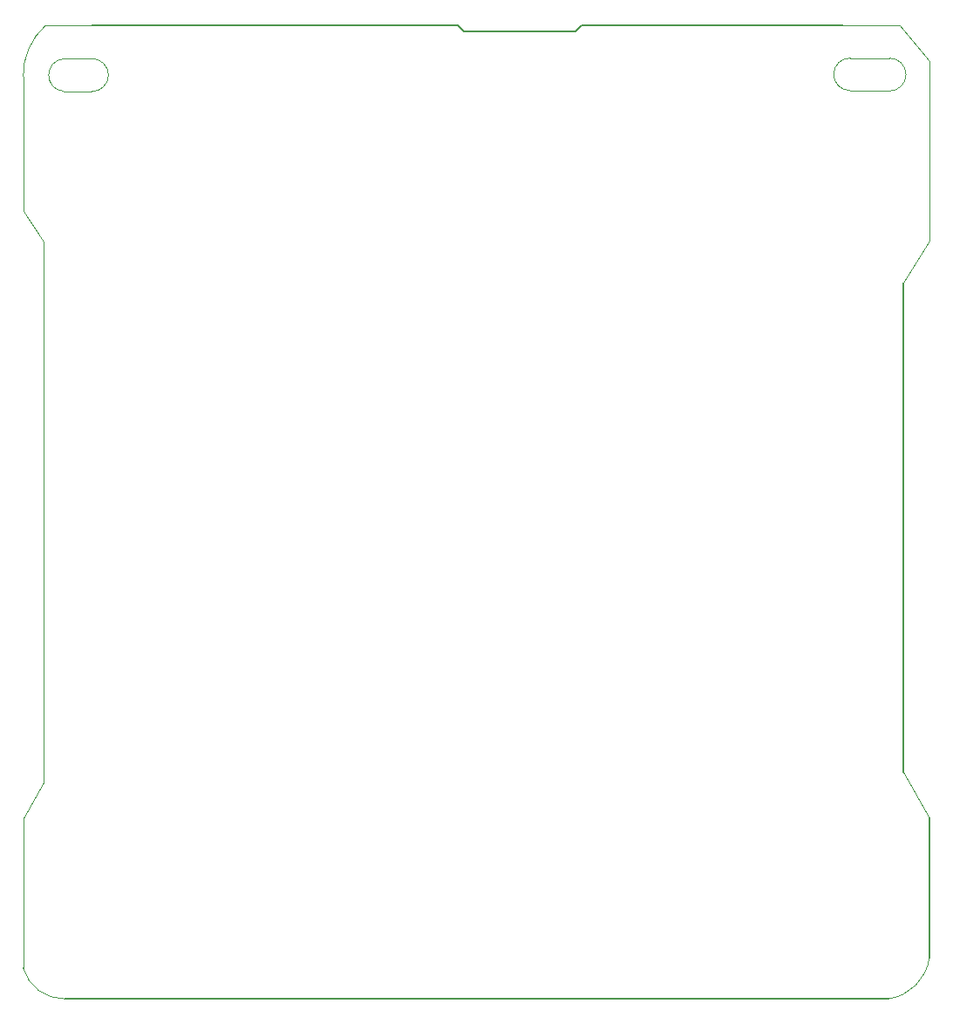
<source format=gbr>
%TF.GenerationSoftware,KiCad,Pcbnew,8.0.4*%
%TF.CreationDate,2024-11-05T10:07:57-05:00*%
%TF.ProjectId,battery_board_v2b,62617474-6572-4795-9f62-6f6172645f76,rev?*%
%TF.SameCoordinates,Original*%
%TF.FileFunction,Profile,NP*%
%FSLAX46Y46*%
G04 Gerber Fmt 4.6, Leading zero omitted, Abs format (unit mm)*
G04 Created by KiCad (PCBNEW 8.0.4) date 2024-11-05 10:07:57*
%MOMM*%
%LPD*%
G01*
G04 APERTURE LIST*
%TA.AperFunction,Profile*%
%ADD10C,0.100000*%
%TD*%
%TA.AperFunction,Profile*%
%ADD11C,0.150000*%
%TD*%
G04 APERTURE END LIST*
D10*
X190158162Y-40989322D02*
X195598162Y-41004322D01*
D11*
X117133162Y-40989322D02*
X120308162Y-40989322D01*
X196000000Y-113500000D02*
X196000000Y-66000000D01*
D10*
X110500000Y-46000000D02*
G75*
G02*
X112663519Y-41014844I6488810J145960D01*
G01*
D11*
X164123162Y-41624322D02*
X164758162Y-40989322D01*
D10*
X117173162Y-44229322D02*
G75*
G02*
X117173162Y-47429278I38J-1599978D01*
G01*
X196000000Y-113500000D02*
X198500000Y-118000000D01*
X198500000Y-61944322D02*
X198500000Y-44500000D01*
X112663520Y-41014845D02*
X117133162Y-40989322D01*
X110500000Y-46000000D02*
X110500000Y-59000000D01*
D11*
X153328162Y-41624322D02*
X152693162Y-40989322D01*
X198500000Y-131500000D02*
X198500000Y-118000000D01*
D10*
X190773162Y-47329322D02*
X194623162Y-47379322D01*
X110500000Y-59000000D02*
X112500000Y-62000000D01*
X198500000Y-131500000D02*
G75*
G02*
X194500000Y-135500000I-4618600J618600D01*
G01*
D11*
X194500000Y-135500000D02*
X114500000Y-135500000D01*
D10*
X110500000Y-118000000D02*
X110500000Y-132500000D01*
X114472939Y-44255106D02*
X117173162Y-44229322D01*
X195598162Y-41004322D02*
X198500000Y-44500000D01*
D11*
X164758162Y-40989322D02*
X190158162Y-40989322D01*
D10*
X198500000Y-61944322D02*
X196000000Y-66000000D01*
X194623162Y-44179322D02*
X190823137Y-44180115D01*
D11*
X152693162Y-40989322D02*
X120308162Y-40989322D01*
D10*
X112500000Y-62000000D02*
X112500000Y-114500000D01*
X114500000Y-135500000D02*
G75*
G02*
X110499976Y-132500007I-60600J4085900D01*
G01*
X194623162Y-44179322D02*
G75*
G02*
X194623162Y-47379278I38J-1599978D01*
G01*
X114422964Y-47404313D02*
G75*
G02*
X114472935Y-44255023I134136J1572913D01*
G01*
X112500000Y-114500000D02*
X110500000Y-118000000D01*
X190773162Y-47329322D02*
G75*
G02*
X190823138Y-44180070I38J1575022D01*
G01*
X114422964Y-47404313D02*
X117173162Y-47429322D01*
D11*
X164123162Y-41624322D02*
X153328162Y-41624322D01*
M02*

</source>
